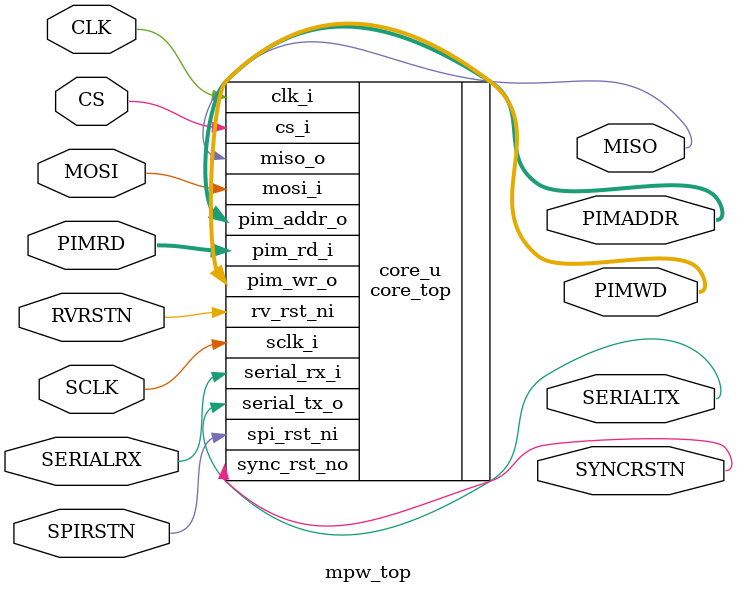
<source format=sv>

module mpw_top #(
    parameter XLEN              = 32,
    parameter CPU_CLOCK_FREQ    = 250_000_000,
    parameter RESET_PC          = 32'h1000_0000,
    parameter BAUD_RATE         = 115200
) (
    input                       CLK,
    // CORE RESET
    input                       RVRSTN,
	// SYNC RESET
	output						SYNCRSTN,
    //UART 
	input						SERIALRX,
	output logic				SERIALTX,
	
	// SPI RESET
    input                       SPIRSTN,
    // SPI
    input                       SCLK,
    input                       CS,
    input                       MOSI,
    output logic                MISO,

    // PIM I/F
    output logic    [XLEN-1:0]  PIMADDR,
    output logic    [XLEN-1:0]  PIMWD,
    input           [XLEN-1:0]	PIMRD
);

    core_top #(
        .XLEN(XLEN),
        .CPU_CLOCK_FREQ(CPU_CLOCK_FREQ),
        .RESET_PC(RESET_PC),
        .BAUD_RATE(BAUD_RATE)
    ) core_u (
        .clk_i(CLK),
        .rv_rst_ni(RVRSTN),
        .sync_rst_no(SYNCRSTN),
        .serial_rx_i(SERIALRX),
        .serial_tx_o(SERIALTX),
        .spi_rst_ni(SPIRSTN),
        .sclk_i(SCLK),
        .cs_i(CS),
        .mosi_i(MOSI),
        .miso_o(MISO),
        .pim_addr_o(PIMADDR),
        .pim_wr_o(PIMWD),
        .pim_rd_i(PIMRD)
    );

endmodule

</source>
